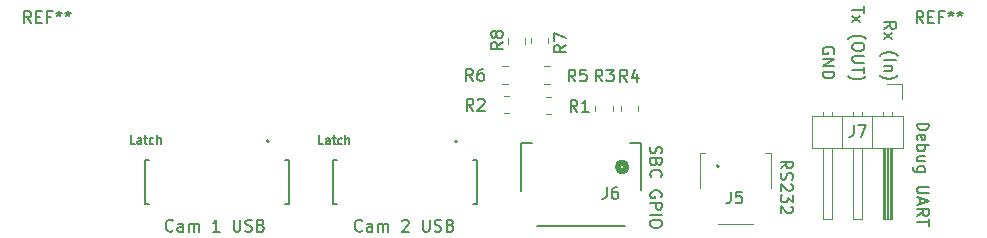
<source format=gbr>
%TF.GenerationSoftware,KiCad,Pcbnew,9.0.4*%
%TF.CreationDate,2025-11-20T16:12:11-08:00*%
%TF.ProjectId,hadron_io_breakouts,68616472-6f6e-45f6-996f-5f627265616b,rev?*%
%TF.SameCoordinates,Original*%
%TF.FileFunction,Legend,Top*%
%TF.FilePolarity,Positive*%
%FSLAX46Y46*%
G04 Gerber Fmt 4.6, Leading zero omitted, Abs format (unit mm)*
G04 Created by KiCad (PCBNEW 9.0.4) date 2025-11-20 16:12:11*
%MOMM*%
%LPD*%
G01*
G04 APERTURE LIST*
%ADD10C,0.127000*%
%ADD11C,0.150000*%
%ADD12C,0.152400*%
%ADD13C,0.508000*%
%ADD14C,0.120000*%
%ADD15C,0.200000*%
%ADD16C,0.100000*%
G04 APERTURE END LIST*
D10*
X95903984Y-22243075D02*
X96380175Y-21909742D01*
X95903984Y-21671647D02*
X96903984Y-21671647D01*
X96903984Y-21671647D02*
X96903984Y-22052599D01*
X96903984Y-22052599D02*
X96856365Y-22147837D01*
X96856365Y-22147837D02*
X96808746Y-22195456D01*
X96808746Y-22195456D02*
X96713508Y-22243075D01*
X96713508Y-22243075D02*
X96570651Y-22243075D01*
X96570651Y-22243075D02*
X96475413Y-22195456D01*
X96475413Y-22195456D02*
X96427794Y-22147837D01*
X96427794Y-22147837D02*
X96380175Y-22052599D01*
X96380175Y-22052599D02*
X96380175Y-21671647D01*
X95903984Y-22576409D02*
X96570651Y-23100218D01*
X96570651Y-22576409D02*
X95903984Y-23100218D01*
X95523032Y-24528790D02*
X95570651Y-24481171D01*
X95570651Y-24481171D02*
X95713508Y-24385933D01*
X95713508Y-24385933D02*
X95808746Y-24338314D01*
X95808746Y-24338314D02*
X95951604Y-24290695D01*
X95951604Y-24290695D02*
X96189699Y-24243076D01*
X96189699Y-24243076D02*
X96380175Y-24243076D01*
X96380175Y-24243076D02*
X96618270Y-24290695D01*
X96618270Y-24290695D02*
X96761127Y-24338314D01*
X96761127Y-24338314D02*
X96856365Y-24385933D01*
X96856365Y-24385933D02*
X96999223Y-24481171D01*
X96999223Y-24481171D02*
X97046842Y-24528790D01*
X95903984Y-24909743D02*
X96903984Y-24909743D01*
X96570651Y-25385933D02*
X95903984Y-25385933D01*
X96475413Y-25385933D02*
X96523032Y-25433552D01*
X96523032Y-25433552D02*
X96570651Y-25528790D01*
X96570651Y-25528790D02*
X96570651Y-25671647D01*
X96570651Y-25671647D02*
X96523032Y-25766885D01*
X96523032Y-25766885D02*
X96427794Y-25814504D01*
X96427794Y-25814504D02*
X95903984Y-25814504D01*
X95523032Y-26195457D02*
X95570651Y-26243076D01*
X95570651Y-26243076D02*
X95713508Y-26338314D01*
X95713508Y-26338314D02*
X95808746Y-26385933D01*
X95808746Y-26385933D02*
X95951604Y-26433552D01*
X95951604Y-26433552D02*
X96189699Y-26481171D01*
X96189699Y-26481171D02*
X96380175Y-26481171D01*
X96380175Y-26481171D02*
X96618270Y-26433552D01*
X96618270Y-26433552D02*
X96761127Y-26385933D01*
X96761127Y-26385933D02*
X96856365Y-26338314D01*
X96856365Y-26338314D02*
X96999223Y-26243076D01*
X96999223Y-26243076D02*
X97046842Y-26195457D01*
X76126604Y-32224028D02*
X76078984Y-32366885D01*
X76078984Y-32366885D02*
X76078984Y-32604980D01*
X76078984Y-32604980D02*
X76126604Y-32700218D01*
X76126604Y-32700218D02*
X76174223Y-32747837D01*
X76174223Y-32747837D02*
X76269461Y-32795456D01*
X76269461Y-32795456D02*
X76364699Y-32795456D01*
X76364699Y-32795456D02*
X76459937Y-32747837D01*
X76459937Y-32747837D02*
X76507556Y-32700218D01*
X76507556Y-32700218D02*
X76555175Y-32604980D01*
X76555175Y-32604980D02*
X76602794Y-32414504D01*
X76602794Y-32414504D02*
X76650413Y-32319266D01*
X76650413Y-32319266D02*
X76698032Y-32271647D01*
X76698032Y-32271647D02*
X76793270Y-32224028D01*
X76793270Y-32224028D02*
X76888508Y-32224028D01*
X76888508Y-32224028D02*
X76983746Y-32271647D01*
X76983746Y-32271647D02*
X77031365Y-32319266D01*
X77031365Y-32319266D02*
X77078984Y-32414504D01*
X77078984Y-32414504D02*
X77078984Y-32652599D01*
X77078984Y-32652599D02*
X77031365Y-32795456D01*
X76602794Y-33557361D02*
X76555175Y-33700218D01*
X76555175Y-33700218D02*
X76507556Y-33747837D01*
X76507556Y-33747837D02*
X76412318Y-33795456D01*
X76412318Y-33795456D02*
X76269461Y-33795456D01*
X76269461Y-33795456D02*
X76174223Y-33747837D01*
X76174223Y-33747837D02*
X76126604Y-33700218D01*
X76126604Y-33700218D02*
X76078984Y-33604980D01*
X76078984Y-33604980D02*
X76078984Y-33224028D01*
X76078984Y-33224028D02*
X77078984Y-33224028D01*
X77078984Y-33224028D02*
X77078984Y-33557361D01*
X77078984Y-33557361D02*
X77031365Y-33652599D01*
X77031365Y-33652599D02*
X76983746Y-33700218D01*
X76983746Y-33700218D02*
X76888508Y-33747837D01*
X76888508Y-33747837D02*
X76793270Y-33747837D01*
X76793270Y-33747837D02*
X76698032Y-33700218D01*
X76698032Y-33700218D02*
X76650413Y-33652599D01*
X76650413Y-33652599D02*
X76602794Y-33557361D01*
X76602794Y-33557361D02*
X76602794Y-33224028D01*
X76174223Y-34795456D02*
X76126604Y-34747837D01*
X76126604Y-34747837D02*
X76078984Y-34604980D01*
X76078984Y-34604980D02*
X76078984Y-34509742D01*
X76078984Y-34509742D02*
X76126604Y-34366885D01*
X76126604Y-34366885D02*
X76221842Y-34271647D01*
X76221842Y-34271647D02*
X76317080Y-34224028D01*
X76317080Y-34224028D02*
X76507556Y-34176409D01*
X76507556Y-34176409D02*
X76650413Y-34176409D01*
X76650413Y-34176409D02*
X76840889Y-34224028D01*
X76840889Y-34224028D02*
X76936127Y-34271647D01*
X76936127Y-34271647D02*
X77031365Y-34366885D01*
X77031365Y-34366885D02*
X77078984Y-34509742D01*
X77078984Y-34509742D02*
X77078984Y-34604980D01*
X77078984Y-34604980D02*
X77031365Y-34747837D01*
X77031365Y-34747837D02*
X76983746Y-34795456D01*
X77031365Y-36509742D02*
X77078984Y-36414504D01*
X77078984Y-36414504D02*
X77078984Y-36271647D01*
X77078984Y-36271647D02*
X77031365Y-36128790D01*
X77031365Y-36128790D02*
X76936127Y-36033552D01*
X76936127Y-36033552D02*
X76840889Y-35985933D01*
X76840889Y-35985933D02*
X76650413Y-35938314D01*
X76650413Y-35938314D02*
X76507556Y-35938314D01*
X76507556Y-35938314D02*
X76317080Y-35985933D01*
X76317080Y-35985933D02*
X76221842Y-36033552D01*
X76221842Y-36033552D02*
X76126604Y-36128790D01*
X76126604Y-36128790D02*
X76078984Y-36271647D01*
X76078984Y-36271647D02*
X76078984Y-36366885D01*
X76078984Y-36366885D02*
X76126604Y-36509742D01*
X76126604Y-36509742D02*
X76174223Y-36557361D01*
X76174223Y-36557361D02*
X76507556Y-36557361D01*
X76507556Y-36557361D02*
X76507556Y-36366885D01*
X76078984Y-36985933D02*
X77078984Y-36985933D01*
X77078984Y-36985933D02*
X77078984Y-37366885D01*
X77078984Y-37366885D02*
X77031365Y-37462123D01*
X77031365Y-37462123D02*
X76983746Y-37509742D01*
X76983746Y-37509742D02*
X76888508Y-37557361D01*
X76888508Y-37557361D02*
X76745651Y-37557361D01*
X76745651Y-37557361D02*
X76650413Y-37509742D01*
X76650413Y-37509742D02*
X76602794Y-37462123D01*
X76602794Y-37462123D02*
X76555175Y-37366885D01*
X76555175Y-37366885D02*
X76555175Y-36985933D01*
X76078984Y-37985933D02*
X77078984Y-37985933D01*
X77078984Y-38652599D02*
X77078984Y-38843075D01*
X77078984Y-38843075D02*
X77031365Y-38938313D01*
X77031365Y-38938313D02*
X76936127Y-39033551D01*
X76936127Y-39033551D02*
X76745651Y-39081170D01*
X76745651Y-39081170D02*
X76412318Y-39081170D01*
X76412318Y-39081170D02*
X76221842Y-39033551D01*
X76221842Y-39033551D02*
X76126604Y-38938313D01*
X76126604Y-38938313D02*
X76078984Y-38843075D01*
X76078984Y-38843075D02*
X76078984Y-38652599D01*
X76078984Y-38652599D02*
X76126604Y-38557361D01*
X76126604Y-38557361D02*
X76221842Y-38462123D01*
X76221842Y-38462123D02*
X76412318Y-38414504D01*
X76412318Y-38414504D02*
X76745651Y-38414504D01*
X76745651Y-38414504D02*
X76936127Y-38462123D01*
X76936127Y-38462123D02*
X77031365Y-38557361D01*
X77031365Y-38557361D02*
X77078984Y-38652599D01*
X35668075Y-39325776D02*
X35620456Y-39373396D01*
X35620456Y-39373396D02*
X35477599Y-39421015D01*
X35477599Y-39421015D02*
X35382361Y-39421015D01*
X35382361Y-39421015D02*
X35239504Y-39373396D01*
X35239504Y-39373396D02*
X35144266Y-39278157D01*
X35144266Y-39278157D02*
X35096647Y-39182919D01*
X35096647Y-39182919D02*
X35049028Y-38992443D01*
X35049028Y-38992443D02*
X35049028Y-38849586D01*
X35049028Y-38849586D02*
X35096647Y-38659110D01*
X35096647Y-38659110D02*
X35144266Y-38563872D01*
X35144266Y-38563872D02*
X35239504Y-38468634D01*
X35239504Y-38468634D02*
X35382361Y-38421015D01*
X35382361Y-38421015D02*
X35477599Y-38421015D01*
X35477599Y-38421015D02*
X35620456Y-38468634D01*
X35620456Y-38468634D02*
X35668075Y-38516253D01*
X36525218Y-39421015D02*
X36525218Y-38897205D01*
X36525218Y-38897205D02*
X36477599Y-38801967D01*
X36477599Y-38801967D02*
X36382361Y-38754348D01*
X36382361Y-38754348D02*
X36191885Y-38754348D01*
X36191885Y-38754348D02*
X36096647Y-38801967D01*
X36525218Y-39373396D02*
X36429980Y-39421015D01*
X36429980Y-39421015D02*
X36191885Y-39421015D01*
X36191885Y-39421015D02*
X36096647Y-39373396D01*
X36096647Y-39373396D02*
X36049028Y-39278157D01*
X36049028Y-39278157D02*
X36049028Y-39182919D01*
X36049028Y-39182919D02*
X36096647Y-39087681D01*
X36096647Y-39087681D02*
X36191885Y-39040062D01*
X36191885Y-39040062D02*
X36429980Y-39040062D01*
X36429980Y-39040062D02*
X36525218Y-38992443D01*
X37001409Y-39421015D02*
X37001409Y-38754348D01*
X37001409Y-38849586D02*
X37049028Y-38801967D01*
X37049028Y-38801967D02*
X37144266Y-38754348D01*
X37144266Y-38754348D02*
X37287123Y-38754348D01*
X37287123Y-38754348D02*
X37382361Y-38801967D01*
X37382361Y-38801967D02*
X37429980Y-38897205D01*
X37429980Y-38897205D02*
X37429980Y-39421015D01*
X37429980Y-38897205D02*
X37477599Y-38801967D01*
X37477599Y-38801967D02*
X37572837Y-38754348D01*
X37572837Y-38754348D02*
X37715694Y-38754348D01*
X37715694Y-38754348D02*
X37810933Y-38801967D01*
X37810933Y-38801967D02*
X37858552Y-38897205D01*
X37858552Y-38897205D02*
X37858552Y-39421015D01*
X39620456Y-39421015D02*
X39049028Y-39421015D01*
X39334742Y-39421015D02*
X39334742Y-38421015D01*
X39334742Y-38421015D02*
X39239504Y-38563872D01*
X39239504Y-38563872D02*
X39144266Y-38659110D01*
X39144266Y-38659110D02*
X39049028Y-38706729D01*
X40810933Y-38421015D02*
X40810933Y-39230538D01*
X40810933Y-39230538D02*
X40858552Y-39325776D01*
X40858552Y-39325776D02*
X40906171Y-39373396D01*
X40906171Y-39373396D02*
X41001409Y-39421015D01*
X41001409Y-39421015D02*
X41191885Y-39421015D01*
X41191885Y-39421015D02*
X41287123Y-39373396D01*
X41287123Y-39373396D02*
X41334742Y-39325776D01*
X41334742Y-39325776D02*
X41382361Y-39230538D01*
X41382361Y-39230538D02*
X41382361Y-38421015D01*
X41810933Y-39373396D02*
X41953790Y-39421015D01*
X41953790Y-39421015D02*
X42191885Y-39421015D01*
X42191885Y-39421015D02*
X42287123Y-39373396D01*
X42287123Y-39373396D02*
X42334742Y-39325776D01*
X42334742Y-39325776D02*
X42382361Y-39230538D01*
X42382361Y-39230538D02*
X42382361Y-39135300D01*
X42382361Y-39135300D02*
X42334742Y-39040062D01*
X42334742Y-39040062D02*
X42287123Y-38992443D01*
X42287123Y-38992443D02*
X42191885Y-38944824D01*
X42191885Y-38944824D02*
X42001409Y-38897205D01*
X42001409Y-38897205D02*
X41906171Y-38849586D01*
X41906171Y-38849586D02*
X41858552Y-38801967D01*
X41858552Y-38801967D02*
X41810933Y-38706729D01*
X41810933Y-38706729D02*
X41810933Y-38611491D01*
X41810933Y-38611491D02*
X41858552Y-38516253D01*
X41858552Y-38516253D02*
X41906171Y-38468634D01*
X41906171Y-38468634D02*
X42001409Y-38421015D01*
X42001409Y-38421015D02*
X42239504Y-38421015D01*
X42239504Y-38421015D02*
X42382361Y-38468634D01*
X43144266Y-38897205D02*
X43287123Y-38944824D01*
X43287123Y-38944824D02*
X43334742Y-38992443D01*
X43334742Y-38992443D02*
X43382361Y-39087681D01*
X43382361Y-39087681D02*
X43382361Y-39230538D01*
X43382361Y-39230538D02*
X43334742Y-39325776D01*
X43334742Y-39325776D02*
X43287123Y-39373396D01*
X43287123Y-39373396D02*
X43191885Y-39421015D01*
X43191885Y-39421015D02*
X42810933Y-39421015D01*
X42810933Y-39421015D02*
X42810933Y-38421015D01*
X42810933Y-38421015D02*
X43144266Y-38421015D01*
X43144266Y-38421015D02*
X43239504Y-38468634D01*
X43239504Y-38468634D02*
X43287123Y-38516253D01*
X43287123Y-38516253D02*
X43334742Y-38611491D01*
X43334742Y-38611491D02*
X43334742Y-38706729D01*
X43334742Y-38706729D02*
X43287123Y-38801967D01*
X43287123Y-38801967D02*
X43239504Y-38849586D01*
X43239504Y-38849586D02*
X43144266Y-38897205D01*
X43144266Y-38897205D02*
X42810933Y-38897205D01*
X48408552Y-32045491D02*
X48075218Y-32045491D01*
X48075218Y-32045491D02*
X48075218Y-31245491D01*
X48941885Y-32045491D02*
X48941885Y-31626443D01*
X48941885Y-31626443D02*
X48908552Y-31550253D01*
X48908552Y-31550253D02*
X48841885Y-31512157D01*
X48841885Y-31512157D02*
X48708552Y-31512157D01*
X48708552Y-31512157D02*
X48641885Y-31550253D01*
X48941885Y-32007396D02*
X48875219Y-32045491D01*
X48875219Y-32045491D02*
X48708552Y-32045491D01*
X48708552Y-32045491D02*
X48641885Y-32007396D01*
X48641885Y-32007396D02*
X48608552Y-31931205D01*
X48608552Y-31931205D02*
X48608552Y-31855015D01*
X48608552Y-31855015D02*
X48641885Y-31778824D01*
X48641885Y-31778824D02*
X48708552Y-31740729D01*
X48708552Y-31740729D02*
X48875219Y-31740729D01*
X48875219Y-31740729D02*
X48941885Y-31702634D01*
X49175218Y-31512157D02*
X49441885Y-31512157D01*
X49275218Y-31245491D02*
X49275218Y-31931205D01*
X49275218Y-31931205D02*
X49308552Y-32007396D01*
X49308552Y-32007396D02*
X49375218Y-32045491D01*
X49375218Y-32045491D02*
X49441885Y-32045491D01*
X49975218Y-32007396D02*
X49908552Y-32045491D01*
X49908552Y-32045491D02*
X49775218Y-32045491D01*
X49775218Y-32045491D02*
X49708552Y-32007396D01*
X49708552Y-32007396D02*
X49675218Y-31969300D01*
X49675218Y-31969300D02*
X49641885Y-31893110D01*
X49641885Y-31893110D02*
X49641885Y-31664538D01*
X49641885Y-31664538D02*
X49675218Y-31588348D01*
X49675218Y-31588348D02*
X49708552Y-31550253D01*
X49708552Y-31550253D02*
X49775218Y-31512157D01*
X49775218Y-31512157D02*
X49908552Y-31512157D01*
X49908552Y-31512157D02*
X49975218Y-31550253D01*
X50275218Y-32045491D02*
X50275218Y-31245491D01*
X50575218Y-32045491D02*
X50575218Y-31626443D01*
X50575218Y-31626443D02*
X50541885Y-31550253D01*
X50541885Y-31550253D02*
X50475218Y-31512157D01*
X50475218Y-31512157D02*
X50375218Y-31512157D01*
X50375218Y-31512157D02*
X50308552Y-31550253D01*
X50308552Y-31550253D02*
X50275218Y-31588348D01*
X32458552Y-32020491D02*
X32125218Y-32020491D01*
X32125218Y-32020491D02*
X32125218Y-31220491D01*
X32991885Y-32020491D02*
X32991885Y-31601443D01*
X32991885Y-31601443D02*
X32958552Y-31525253D01*
X32958552Y-31525253D02*
X32891885Y-31487157D01*
X32891885Y-31487157D02*
X32758552Y-31487157D01*
X32758552Y-31487157D02*
X32691885Y-31525253D01*
X32991885Y-31982396D02*
X32925219Y-32020491D01*
X32925219Y-32020491D02*
X32758552Y-32020491D01*
X32758552Y-32020491D02*
X32691885Y-31982396D01*
X32691885Y-31982396D02*
X32658552Y-31906205D01*
X32658552Y-31906205D02*
X32658552Y-31830015D01*
X32658552Y-31830015D02*
X32691885Y-31753824D01*
X32691885Y-31753824D02*
X32758552Y-31715729D01*
X32758552Y-31715729D02*
X32925219Y-31715729D01*
X32925219Y-31715729D02*
X32991885Y-31677634D01*
X33225218Y-31487157D02*
X33491885Y-31487157D01*
X33325218Y-31220491D02*
X33325218Y-31906205D01*
X33325218Y-31906205D02*
X33358552Y-31982396D01*
X33358552Y-31982396D02*
X33425218Y-32020491D01*
X33425218Y-32020491D02*
X33491885Y-32020491D01*
X34025218Y-31982396D02*
X33958552Y-32020491D01*
X33958552Y-32020491D02*
X33825218Y-32020491D01*
X33825218Y-32020491D02*
X33758552Y-31982396D01*
X33758552Y-31982396D02*
X33725218Y-31944300D01*
X33725218Y-31944300D02*
X33691885Y-31868110D01*
X33691885Y-31868110D02*
X33691885Y-31639538D01*
X33691885Y-31639538D02*
X33725218Y-31563348D01*
X33725218Y-31563348D02*
X33758552Y-31525253D01*
X33758552Y-31525253D02*
X33825218Y-31487157D01*
X33825218Y-31487157D02*
X33958552Y-31487157D01*
X33958552Y-31487157D02*
X34025218Y-31525253D01*
X34325218Y-32020491D02*
X34325218Y-31220491D01*
X34625218Y-32020491D02*
X34625218Y-31601443D01*
X34625218Y-31601443D02*
X34591885Y-31525253D01*
X34591885Y-31525253D02*
X34525218Y-31487157D01*
X34525218Y-31487157D02*
X34425218Y-31487157D01*
X34425218Y-31487157D02*
X34358552Y-31525253D01*
X34358552Y-31525253D02*
X34325218Y-31563348D01*
X98678984Y-30271647D02*
X99678984Y-30271647D01*
X99678984Y-30271647D02*
X99678984Y-30509742D01*
X99678984Y-30509742D02*
X99631365Y-30652599D01*
X99631365Y-30652599D02*
X99536127Y-30747837D01*
X99536127Y-30747837D02*
X99440889Y-30795456D01*
X99440889Y-30795456D02*
X99250413Y-30843075D01*
X99250413Y-30843075D02*
X99107556Y-30843075D01*
X99107556Y-30843075D02*
X98917080Y-30795456D01*
X98917080Y-30795456D02*
X98821842Y-30747837D01*
X98821842Y-30747837D02*
X98726604Y-30652599D01*
X98726604Y-30652599D02*
X98678984Y-30509742D01*
X98678984Y-30509742D02*
X98678984Y-30271647D01*
X98726604Y-31652599D02*
X98678984Y-31557361D01*
X98678984Y-31557361D02*
X98678984Y-31366885D01*
X98678984Y-31366885D02*
X98726604Y-31271647D01*
X98726604Y-31271647D02*
X98821842Y-31224028D01*
X98821842Y-31224028D02*
X99202794Y-31224028D01*
X99202794Y-31224028D02*
X99298032Y-31271647D01*
X99298032Y-31271647D02*
X99345651Y-31366885D01*
X99345651Y-31366885D02*
X99345651Y-31557361D01*
X99345651Y-31557361D02*
X99298032Y-31652599D01*
X99298032Y-31652599D02*
X99202794Y-31700218D01*
X99202794Y-31700218D02*
X99107556Y-31700218D01*
X99107556Y-31700218D02*
X99012318Y-31224028D01*
X98678984Y-32128790D02*
X99678984Y-32128790D01*
X99298032Y-32128790D02*
X99345651Y-32224028D01*
X99345651Y-32224028D02*
X99345651Y-32414504D01*
X99345651Y-32414504D02*
X99298032Y-32509742D01*
X99298032Y-32509742D02*
X99250413Y-32557361D01*
X99250413Y-32557361D02*
X99155175Y-32604980D01*
X99155175Y-32604980D02*
X98869461Y-32604980D01*
X98869461Y-32604980D02*
X98774223Y-32557361D01*
X98774223Y-32557361D02*
X98726604Y-32509742D01*
X98726604Y-32509742D02*
X98678984Y-32414504D01*
X98678984Y-32414504D02*
X98678984Y-32224028D01*
X98678984Y-32224028D02*
X98726604Y-32128790D01*
X99345651Y-33462123D02*
X98678984Y-33462123D01*
X99345651Y-33033552D02*
X98821842Y-33033552D01*
X98821842Y-33033552D02*
X98726604Y-33081171D01*
X98726604Y-33081171D02*
X98678984Y-33176409D01*
X98678984Y-33176409D02*
X98678984Y-33319266D01*
X98678984Y-33319266D02*
X98726604Y-33414504D01*
X98726604Y-33414504D02*
X98774223Y-33462123D01*
X99345651Y-34366885D02*
X98536127Y-34366885D01*
X98536127Y-34366885D02*
X98440889Y-34319266D01*
X98440889Y-34319266D02*
X98393270Y-34271647D01*
X98393270Y-34271647D02*
X98345651Y-34176409D01*
X98345651Y-34176409D02*
X98345651Y-34033552D01*
X98345651Y-34033552D02*
X98393270Y-33938314D01*
X98726604Y-34366885D02*
X98678984Y-34271647D01*
X98678984Y-34271647D02*
X98678984Y-34081171D01*
X98678984Y-34081171D02*
X98726604Y-33985933D01*
X98726604Y-33985933D02*
X98774223Y-33938314D01*
X98774223Y-33938314D02*
X98869461Y-33890695D01*
X98869461Y-33890695D02*
X99155175Y-33890695D01*
X99155175Y-33890695D02*
X99250413Y-33938314D01*
X99250413Y-33938314D02*
X99298032Y-33985933D01*
X99298032Y-33985933D02*
X99345651Y-34081171D01*
X99345651Y-34081171D02*
X99345651Y-34271647D01*
X99345651Y-34271647D02*
X99298032Y-34366885D01*
X99678984Y-35604981D02*
X98869461Y-35604981D01*
X98869461Y-35604981D02*
X98774223Y-35652600D01*
X98774223Y-35652600D02*
X98726604Y-35700219D01*
X98726604Y-35700219D02*
X98678984Y-35795457D01*
X98678984Y-35795457D02*
X98678984Y-35985933D01*
X98678984Y-35985933D02*
X98726604Y-36081171D01*
X98726604Y-36081171D02*
X98774223Y-36128790D01*
X98774223Y-36128790D02*
X98869461Y-36176409D01*
X98869461Y-36176409D02*
X99678984Y-36176409D01*
X98964699Y-36604981D02*
X98964699Y-37081171D01*
X98678984Y-36509743D02*
X99678984Y-36843076D01*
X99678984Y-36843076D02*
X98678984Y-37176409D01*
X98678984Y-38081171D02*
X99155175Y-37747838D01*
X98678984Y-37509743D02*
X99678984Y-37509743D01*
X99678984Y-37509743D02*
X99678984Y-37890695D01*
X99678984Y-37890695D02*
X99631365Y-37985933D01*
X99631365Y-37985933D02*
X99583746Y-38033552D01*
X99583746Y-38033552D02*
X99488508Y-38081171D01*
X99488508Y-38081171D02*
X99345651Y-38081171D01*
X99345651Y-38081171D02*
X99250413Y-38033552D01*
X99250413Y-38033552D02*
X99202794Y-37985933D01*
X99202794Y-37985933D02*
X99155175Y-37890695D01*
X99155175Y-37890695D02*
X99155175Y-37509743D01*
X99678984Y-38366886D02*
X99678984Y-38938314D01*
X98678984Y-38652600D02*
X99678984Y-38652600D01*
X51693075Y-39325776D02*
X51645456Y-39373396D01*
X51645456Y-39373396D02*
X51502599Y-39421015D01*
X51502599Y-39421015D02*
X51407361Y-39421015D01*
X51407361Y-39421015D02*
X51264504Y-39373396D01*
X51264504Y-39373396D02*
X51169266Y-39278157D01*
X51169266Y-39278157D02*
X51121647Y-39182919D01*
X51121647Y-39182919D02*
X51074028Y-38992443D01*
X51074028Y-38992443D02*
X51074028Y-38849586D01*
X51074028Y-38849586D02*
X51121647Y-38659110D01*
X51121647Y-38659110D02*
X51169266Y-38563872D01*
X51169266Y-38563872D02*
X51264504Y-38468634D01*
X51264504Y-38468634D02*
X51407361Y-38421015D01*
X51407361Y-38421015D02*
X51502599Y-38421015D01*
X51502599Y-38421015D02*
X51645456Y-38468634D01*
X51645456Y-38468634D02*
X51693075Y-38516253D01*
X52550218Y-39421015D02*
X52550218Y-38897205D01*
X52550218Y-38897205D02*
X52502599Y-38801967D01*
X52502599Y-38801967D02*
X52407361Y-38754348D01*
X52407361Y-38754348D02*
X52216885Y-38754348D01*
X52216885Y-38754348D02*
X52121647Y-38801967D01*
X52550218Y-39373396D02*
X52454980Y-39421015D01*
X52454980Y-39421015D02*
X52216885Y-39421015D01*
X52216885Y-39421015D02*
X52121647Y-39373396D01*
X52121647Y-39373396D02*
X52074028Y-39278157D01*
X52074028Y-39278157D02*
X52074028Y-39182919D01*
X52074028Y-39182919D02*
X52121647Y-39087681D01*
X52121647Y-39087681D02*
X52216885Y-39040062D01*
X52216885Y-39040062D02*
X52454980Y-39040062D01*
X52454980Y-39040062D02*
X52550218Y-38992443D01*
X53026409Y-39421015D02*
X53026409Y-38754348D01*
X53026409Y-38849586D02*
X53074028Y-38801967D01*
X53074028Y-38801967D02*
X53169266Y-38754348D01*
X53169266Y-38754348D02*
X53312123Y-38754348D01*
X53312123Y-38754348D02*
X53407361Y-38801967D01*
X53407361Y-38801967D02*
X53454980Y-38897205D01*
X53454980Y-38897205D02*
X53454980Y-39421015D01*
X53454980Y-38897205D02*
X53502599Y-38801967D01*
X53502599Y-38801967D02*
X53597837Y-38754348D01*
X53597837Y-38754348D02*
X53740694Y-38754348D01*
X53740694Y-38754348D02*
X53835933Y-38801967D01*
X53835933Y-38801967D02*
X53883552Y-38897205D01*
X53883552Y-38897205D02*
X53883552Y-39421015D01*
X55074028Y-38516253D02*
X55121647Y-38468634D01*
X55121647Y-38468634D02*
X55216885Y-38421015D01*
X55216885Y-38421015D02*
X55454980Y-38421015D01*
X55454980Y-38421015D02*
X55550218Y-38468634D01*
X55550218Y-38468634D02*
X55597837Y-38516253D01*
X55597837Y-38516253D02*
X55645456Y-38611491D01*
X55645456Y-38611491D02*
X55645456Y-38706729D01*
X55645456Y-38706729D02*
X55597837Y-38849586D01*
X55597837Y-38849586D02*
X55026409Y-39421015D01*
X55026409Y-39421015D02*
X55645456Y-39421015D01*
X56835933Y-38421015D02*
X56835933Y-39230538D01*
X56835933Y-39230538D02*
X56883552Y-39325776D01*
X56883552Y-39325776D02*
X56931171Y-39373396D01*
X56931171Y-39373396D02*
X57026409Y-39421015D01*
X57026409Y-39421015D02*
X57216885Y-39421015D01*
X57216885Y-39421015D02*
X57312123Y-39373396D01*
X57312123Y-39373396D02*
X57359742Y-39325776D01*
X57359742Y-39325776D02*
X57407361Y-39230538D01*
X57407361Y-39230538D02*
X57407361Y-38421015D01*
X57835933Y-39373396D02*
X57978790Y-39421015D01*
X57978790Y-39421015D02*
X58216885Y-39421015D01*
X58216885Y-39421015D02*
X58312123Y-39373396D01*
X58312123Y-39373396D02*
X58359742Y-39325776D01*
X58359742Y-39325776D02*
X58407361Y-39230538D01*
X58407361Y-39230538D02*
X58407361Y-39135300D01*
X58407361Y-39135300D02*
X58359742Y-39040062D01*
X58359742Y-39040062D02*
X58312123Y-38992443D01*
X58312123Y-38992443D02*
X58216885Y-38944824D01*
X58216885Y-38944824D02*
X58026409Y-38897205D01*
X58026409Y-38897205D02*
X57931171Y-38849586D01*
X57931171Y-38849586D02*
X57883552Y-38801967D01*
X57883552Y-38801967D02*
X57835933Y-38706729D01*
X57835933Y-38706729D02*
X57835933Y-38611491D01*
X57835933Y-38611491D02*
X57883552Y-38516253D01*
X57883552Y-38516253D02*
X57931171Y-38468634D01*
X57931171Y-38468634D02*
X58026409Y-38421015D01*
X58026409Y-38421015D02*
X58264504Y-38421015D01*
X58264504Y-38421015D02*
X58407361Y-38468634D01*
X59169266Y-38897205D02*
X59312123Y-38944824D01*
X59312123Y-38944824D02*
X59359742Y-38992443D01*
X59359742Y-38992443D02*
X59407361Y-39087681D01*
X59407361Y-39087681D02*
X59407361Y-39230538D01*
X59407361Y-39230538D02*
X59359742Y-39325776D01*
X59359742Y-39325776D02*
X59312123Y-39373396D01*
X59312123Y-39373396D02*
X59216885Y-39421015D01*
X59216885Y-39421015D02*
X58835933Y-39421015D01*
X58835933Y-39421015D02*
X58835933Y-38421015D01*
X58835933Y-38421015D02*
X59169266Y-38421015D01*
X59169266Y-38421015D02*
X59264504Y-38468634D01*
X59264504Y-38468634D02*
X59312123Y-38516253D01*
X59312123Y-38516253D02*
X59359742Y-38611491D01*
X59359742Y-38611491D02*
X59359742Y-38706729D01*
X59359742Y-38706729D02*
X59312123Y-38801967D01*
X59312123Y-38801967D02*
X59264504Y-38849586D01*
X59264504Y-38849586D02*
X59169266Y-38897205D01*
X59169266Y-38897205D02*
X58835933Y-38897205D01*
X87128984Y-34068075D02*
X87605175Y-33734742D01*
X87128984Y-33496647D02*
X88128984Y-33496647D01*
X88128984Y-33496647D02*
X88128984Y-33877599D01*
X88128984Y-33877599D02*
X88081365Y-33972837D01*
X88081365Y-33972837D02*
X88033746Y-34020456D01*
X88033746Y-34020456D02*
X87938508Y-34068075D01*
X87938508Y-34068075D02*
X87795651Y-34068075D01*
X87795651Y-34068075D02*
X87700413Y-34020456D01*
X87700413Y-34020456D02*
X87652794Y-33972837D01*
X87652794Y-33972837D02*
X87605175Y-33877599D01*
X87605175Y-33877599D02*
X87605175Y-33496647D01*
X87176604Y-34449028D02*
X87128984Y-34591885D01*
X87128984Y-34591885D02*
X87128984Y-34829980D01*
X87128984Y-34829980D02*
X87176604Y-34925218D01*
X87176604Y-34925218D02*
X87224223Y-34972837D01*
X87224223Y-34972837D02*
X87319461Y-35020456D01*
X87319461Y-35020456D02*
X87414699Y-35020456D01*
X87414699Y-35020456D02*
X87509937Y-34972837D01*
X87509937Y-34972837D02*
X87557556Y-34925218D01*
X87557556Y-34925218D02*
X87605175Y-34829980D01*
X87605175Y-34829980D02*
X87652794Y-34639504D01*
X87652794Y-34639504D02*
X87700413Y-34544266D01*
X87700413Y-34544266D02*
X87748032Y-34496647D01*
X87748032Y-34496647D02*
X87843270Y-34449028D01*
X87843270Y-34449028D02*
X87938508Y-34449028D01*
X87938508Y-34449028D02*
X88033746Y-34496647D01*
X88033746Y-34496647D02*
X88081365Y-34544266D01*
X88081365Y-34544266D02*
X88128984Y-34639504D01*
X88128984Y-34639504D02*
X88128984Y-34877599D01*
X88128984Y-34877599D02*
X88081365Y-35020456D01*
X88033746Y-35401409D02*
X88081365Y-35449028D01*
X88081365Y-35449028D02*
X88128984Y-35544266D01*
X88128984Y-35544266D02*
X88128984Y-35782361D01*
X88128984Y-35782361D02*
X88081365Y-35877599D01*
X88081365Y-35877599D02*
X88033746Y-35925218D01*
X88033746Y-35925218D02*
X87938508Y-35972837D01*
X87938508Y-35972837D02*
X87843270Y-35972837D01*
X87843270Y-35972837D02*
X87700413Y-35925218D01*
X87700413Y-35925218D02*
X87128984Y-35353790D01*
X87128984Y-35353790D02*
X87128984Y-35972837D01*
X88128984Y-36306171D02*
X88128984Y-36925218D01*
X88128984Y-36925218D02*
X87748032Y-36591885D01*
X87748032Y-36591885D02*
X87748032Y-36734742D01*
X87748032Y-36734742D02*
X87700413Y-36829980D01*
X87700413Y-36829980D02*
X87652794Y-36877599D01*
X87652794Y-36877599D02*
X87557556Y-36925218D01*
X87557556Y-36925218D02*
X87319461Y-36925218D01*
X87319461Y-36925218D02*
X87224223Y-36877599D01*
X87224223Y-36877599D02*
X87176604Y-36829980D01*
X87176604Y-36829980D02*
X87128984Y-36734742D01*
X87128984Y-36734742D02*
X87128984Y-36449028D01*
X87128984Y-36449028D02*
X87176604Y-36353790D01*
X87176604Y-36353790D02*
X87224223Y-36306171D01*
X88033746Y-37306171D02*
X88081365Y-37353790D01*
X88081365Y-37353790D02*
X88128984Y-37449028D01*
X88128984Y-37449028D02*
X88128984Y-37687123D01*
X88128984Y-37687123D02*
X88081365Y-37782361D01*
X88081365Y-37782361D02*
X88033746Y-37829980D01*
X88033746Y-37829980D02*
X87938508Y-37877599D01*
X87938508Y-37877599D02*
X87843270Y-37877599D01*
X87843270Y-37877599D02*
X87700413Y-37829980D01*
X87700413Y-37829980D02*
X87128984Y-37258552D01*
X87128984Y-37258552D02*
X87128984Y-37877599D01*
X94203984Y-20353790D02*
X94203984Y-20925218D01*
X93203984Y-20639504D02*
X94203984Y-20639504D01*
X93203984Y-21163314D02*
X93870651Y-21687123D01*
X93870651Y-21163314D02*
X93203984Y-21687123D01*
X92823032Y-23115695D02*
X92870651Y-23068076D01*
X92870651Y-23068076D02*
X93013508Y-22972838D01*
X93013508Y-22972838D02*
X93108746Y-22925219D01*
X93108746Y-22925219D02*
X93251604Y-22877600D01*
X93251604Y-22877600D02*
X93489699Y-22829981D01*
X93489699Y-22829981D02*
X93680175Y-22829981D01*
X93680175Y-22829981D02*
X93918270Y-22877600D01*
X93918270Y-22877600D02*
X94061127Y-22925219D01*
X94061127Y-22925219D02*
X94156365Y-22972838D01*
X94156365Y-22972838D02*
X94299223Y-23068076D01*
X94299223Y-23068076D02*
X94346842Y-23115695D01*
X94203984Y-23687124D02*
X94203984Y-23877600D01*
X94203984Y-23877600D02*
X94156365Y-23972838D01*
X94156365Y-23972838D02*
X94061127Y-24068076D01*
X94061127Y-24068076D02*
X93870651Y-24115695D01*
X93870651Y-24115695D02*
X93537318Y-24115695D01*
X93537318Y-24115695D02*
X93346842Y-24068076D01*
X93346842Y-24068076D02*
X93251604Y-23972838D01*
X93251604Y-23972838D02*
X93203984Y-23877600D01*
X93203984Y-23877600D02*
X93203984Y-23687124D01*
X93203984Y-23687124D02*
X93251604Y-23591886D01*
X93251604Y-23591886D02*
X93346842Y-23496648D01*
X93346842Y-23496648D02*
X93537318Y-23449029D01*
X93537318Y-23449029D02*
X93870651Y-23449029D01*
X93870651Y-23449029D02*
X94061127Y-23496648D01*
X94061127Y-23496648D02*
X94156365Y-23591886D01*
X94156365Y-23591886D02*
X94203984Y-23687124D01*
X94203984Y-24544267D02*
X93394461Y-24544267D01*
X93394461Y-24544267D02*
X93299223Y-24591886D01*
X93299223Y-24591886D02*
X93251604Y-24639505D01*
X93251604Y-24639505D02*
X93203984Y-24734743D01*
X93203984Y-24734743D02*
X93203984Y-24925219D01*
X93203984Y-24925219D02*
X93251604Y-25020457D01*
X93251604Y-25020457D02*
X93299223Y-25068076D01*
X93299223Y-25068076D02*
X93394461Y-25115695D01*
X93394461Y-25115695D02*
X94203984Y-25115695D01*
X94203984Y-25449029D02*
X94203984Y-26020457D01*
X93203984Y-25734743D02*
X94203984Y-25734743D01*
X92823032Y-26258553D02*
X92870651Y-26306172D01*
X92870651Y-26306172D02*
X93013508Y-26401410D01*
X93013508Y-26401410D02*
X93108746Y-26449029D01*
X93108746Y-26449029D02*
X93251604Y-26496648D01*
X93251604Y-26496648D02*
X93489699Y-26544267D01*
X93489699Y-26544267D02*
X93680175Y-26544267D01*
X93680175Y-26544267D02*
X93918270Y-26496648D01*
X93918270Y-26496648D02*
X94061127Y-26449029D01*
X94061127Y-26449029D02*
X94156365Y-26401410D01*
X94156365Y-26401410D02*
X94299223Y-26306172D01*
X94299223Y-26306172D02*
X94346842Y-26258553D01*
X91631365Y-24345456D02*
X91678984Y-24250218D01*
X91678984Y-24250218D02*
X91678984Y-24107361D01*
X91678984Y-24107361D02*
X91631365Y-23964504D01*
X91631365Y-23964504D02*
X91536127Y-23869266D01*
X91536127Y-23869266D02*
X91440889Y-23821647D01*
X91440889Y-23821647D02*
X91250413Y-23774028D01*
X91250413Y-23774028D02*
X91107556Y-23774028D01*
X91107556Y-23774028D02*
X90917080Y-23821647D01*
X90917080Y-23821647D02*
X90821842Y-23869266D01*
X90821842Y-23869266D02*
X90726604Y-23964504D01*
X90726604Y-23964504D02*
X90678984Y-24107361D01*
X90678984Y-24107361D02*
X90678984Y-24202599D01*
X90678984Y-24202599D02*
X90726604Y-24345456D01*
X90726604Y-24345456D02*
X90774223Y-24393075D01*
X90774223Y-24393075D02*
X91107556Y-24393075D01*
X91107556Y-24393075D02*
X91107556Y-24202599D01*
X90678984Y-24821647D02*
X91678984Y-24821647D01*
X91678984Y-24821647D02*
X90678984Y-25393075D01*
X90678984Y-25393075D02*
X91678984Y-25393075D01*
X90678984Y-25869266D02*
X91678984Y-25869266D01*
X91678984Y-25869266D02*
X91678984Y-26107361D01*
X91678984Y-26107361D02*
X91631365Y-26250218D01*
X91631365Y-26250218D02*
X91536127Y-26345456D01*
X91536127Y-26345456D02*
X91440889Y-26393075D01*
X91440889Y-26393075D02*
X91250413Y-26440694D01*
X91250413Y-26440694D02*
X91107556Y-26440694D01*
X91107556Y-26440694D02*
X90917080Y-26393075D01*
X90917080Y-26393075D02*
X90821842Y-26345456D01*
X90821842Y-26345456D02*
X90726604Y-26250218D01*
X90726604Y-26250218D02*
X90678984Y-26107361D01*
X90678984Y-26107361D02*
X90678984Y-25869266D01*
D11*
X72391666Y-35654819D02*
X72391666Y-36369104D01*
X72391666Y-36369104D02*
X72344047Y-36511961D01*
X72344047Y-36511961D02*
X72248809Y-36607200D01*
X72248809Y-36607200D02*
X72105952Y-36654819D01*
X72105952Y-36654819D02*
X72010714Y-36654819D01*
X73296428Y-35654819D02*
X73105952Y-35654819D01*
X73105952Y-35654819D02*
X73010714Y-35702438D01*
X73010714Y-35702438D02*
X72963095Y-35750057D01*
X72963095Y-35750057D02*
X72867857Y-35892914D01*
X72867857Y-35892914D02*
X72820238Y-36083390D01*
X72820238Y-36083390D02*
X72820238Y-36464342D01*
X72820238Y-36464342D02*
X72867857Y-36559580D01*
X72867857Y-36559580D02*
X72915476Y-36607200D01*
X72915476Y-36607200D02*
X73010714Y-36654819D01*
X73010714Y-36654819D02*
X73201190Y-36654819D01*
X73201190Y-36654819D02*
X73296428Y-36607200D01*
X73296428Y-36607200D02*
X73344047Y-36559580D01*
X73344047Y-36559580D02*
X73391666Y-36464342D01*
X73391666Y-36464342D02*
X73391666Y-36226247D01*
X73391666Y-36226247D02*
X73344047Y-36131009D01*
X73344047Y-36131009D02*
X73296428Y-36083390D01*
X73296428Y-36083390D02*
X73201190Y-36035771D01*
X73201190Y-36035771D02*
X73010714Y-36035771D01*
X73010714Y-36035771D02*
X72915476Y-36083390D01*
X72915476Y-36083390D02*
X72867857Y-36131009D01*
X72867857Y-36131009D02*
X72820238Y-36226247D01*
X74133333Y-26729819D02*
X73800000Y-26253628D01*
X73561905Y-26729819D02*
X73561905Y-25729819D01*
X73561905Y-25729819D02*
X73942857Y-25729819D01*
X73942857Y-25729819D02*
X74038095Y-25777438D01*
X74038095Y-25777438D02*
X74085714Y-25825057D01*
X74085714Y-25825057D02*
X74133333Y-25920295D01*
X74133333Y-25920295D02*
X74133333Y-26063152D01*
X74133333Y-26063152D02*
X74085714Y-26158390D01*
X74085714Y-26158390D02*
X74038095Y-26206009D01*
X74038095Y-26206009D02*
X73942857Y-26253628D01*
X73942857Y-26253628D02*
X73561905Y-26253628D01*
X74990476Y-26063152D02*
X74990476Y-26729819D01*
X74752381Y-25682200D02*
X74514286Y-26396485D01*
X74514286Y-26396485D02*
X75133333Y-26396485D01*
X72033333Y-26704819D02*
X71700000Y-26228628D01*
X71461905Y-26704819D02*
X71461905Y-25704819D01*
X71461905Y-25704819D02*
X71842857Y-25704819D01*
X71842857Y-25704819D02*
X71938095Y-25752438D01*
X71938095Y-25752438D02*
X71985714Y-25800057D01*
X71985714Y-25800057D02*
X72033333Y-25895295D01*
X72033333Y-25895295D02*
X72033333Y-26038152D01*
X72033333Y-26038152D02*
X71985714Y-26133390D01*
X71985714Y-26133390D02*
X71938095Y-26181009D01*
X71938095Y-26181009D02*
X71842857Y-26228628D01*
X71842857Y-26228628D02*
X71461905Y-26228628D01*
X72366667Y-25704819D02*
X72985714Y-25704819D01*
X72985714Y-25704819D02*
X72652381Y-26085771D01*
X72652381Y-26085771D02*
X72795238Y-26085771D01*
X72795238Y-26085771D02*
X72890476Y-26133390D01*
X72890476Y-26133390D02*
X72938095Y-26181009D01*
X72938095Y-26181009D02*
X72985714Y-26276247D01*
X72985714Y-26276247D02*
X72985714Y-26514342D01*
X72985714Y-26514342D02*
X72938095Y-26609580D01*
X72938095Y-26609580D02*
X72890476Y-26657200D01*
X72890476Y-26657200D02*
X72795238Y-26704819D01*
X72795238Y-26704819D02*
X72509524Y-26704819D01*
X72509524Y-26704819D02*
X72414286Y-26657200D01*
X72414286Y-26657200D02*
X72366667Y-26609580D01*
X69908333Y-29279819D02*
X69575000Y-28803628D01*
X69336905Y-29279819D02*
X69336905Y-28279819D01*
X69336905Y-28279819D02*
X69717857Y-28279819D01*
X69717857Y-28279819D02*
X69813095Y-28327438D01*
X69813095Y-28327438D02*
X69860714Y-28375057D01*
X69860714Y-28375057D02*
X69908333Y-28470295D01*
X69908333Y-28470295D02*
X69908333Y-28613152D01*
X69908333Y-28613152D02*
X69860714Y-28708390D01*
X69860714Y-28708390D02*
X69813095Y-28756009D01*
X69813095Y-28756009D02*
X69717857Y-28803628D01*
X69717857Y-28803628D02*
X69336905Y-28803628D01*
X70860714Y-29279819D02*
X70289286Y-29279819D01*
X70575000Y-29279819D02*
X70575000Y-28279819D01*
X70575000Y-28279819D02*
X70479762Y-28422676D01*
X70479762Y-28422676D02*
X70384524Y-28517914D01*
X70384524Y-28517914D02*
X70289286Y-28565533D01*
X68929819Y-23641666D02*
X68453628Y-23974999D01*
X68929819Y-24213094D02*
X67929819Y-24213094D01*
X67929819Y-24213094D02*
X67929819Y-23832142D01*
X67929819Y-23832142D02*
X67977438Y-23736904D01*
X67977438Y-23736904D02*
X68025057Y-23689285D01*
X68025057Y-23689285D02*
X68120295Y-23641666D01*
X68120295Y-23641666D02*
X68263152Y-23641666D01*
X68263152Y-23641666D02*
X68358390Y-23689285D01*
X68358390Y-23689285D02*
X68406009Y-23736904D01*
X68406009Y-23736904D02*
X68453628Y-23832142D01*
X68453628Y-23832142D02*
X68453628Y-24213094D01*
X67929819Y-23308332D02*
X67929819Y-22641666D01*
X67929819Y-22641666D02*
X68929819Y-23070237D01*
X63604819Y-23379166D02*
X63128628Y-23712499D01*
X63604819Y-23950594D02*
X62604819Y-23950594D01*
X62604819Y-23950594D02*
X62604819Y-23569642D01*
X62604819Y-23569642D02*
X62652438Y-23474404D01*
X62652438Y-23474404D02*
X62700057Y-23426785D01*
X62700057Y-23426785D02*
X62795295Y-23379166D01*
X62795295Y-23379166D02*
X62938152Y-23379166D01*
X62938152Y-23379166D02*
X63033390Y-23426785D01*
X63033390Y-23426785D02*
X63081009Y-23474404D01*
X63081009Y-23474404D02*
X63128628Y-23569642D01*
X63128628Y-23569642D02*
X63128628Y-23950594D01*
X63033390Y-22807737D02*
X62985771Y-22902975D01*
X62985771Y-22902975D02*
X62938152Y-22950594D01*
X62938152Y-22950594D02*
X62842914Y-22998213D01*
X62842914Y-22998213D02*
X62795295Y-22998213D01*
X62795295Y-22998213D02*
X62700057Y-22950594D01*
X62700057Y-22950594D02*
X62652438Y-22902975D01*
X62652438Y-22902975D02*
X62604819Y-22807737D01*
X62604819Y-22807737D02*
X62604819Y-22617261D01*
X62604819Y-22617261D02*
X62652438Y-22522023D01*
X62652438Y-22522023D02*
X62700057Y-22474404D01*
X62700057Y-22474404D02*
X62795295Y-22426785D01*
X62795295Y-22426785D02*
X62842914Y-22426785D01*
X62842914Y-22426785D02*
X62938152Y-22474404D01*
X62938152Y-22474404D02*
X62985771Y-22522023D01*
X62985771Y-22522023D02*
X63033390Y-22617261D01*
X63033390Y-22617261D02*
X63033390Y-22807737D01*
X63033390Y-22807737D02*
X63081009Y-22902975D01*
X63081009Y-22902975D02*
X63128628Y-22950594D01*
X63128628Y-22950594D02*
X63223866Y-22998213D01*
X63223866Y-22998213D02*
X63414342Y-22998213D01*
X63414342Y-22998213D02*
X63509580Y-22950594D01*
X63509580Y-22950594D02*
X63557200Y-22902975D01*
X63557200Y-22902975D02*
X63604819Y-22807737D01*
X63604819Y-22807737D02*
X63604819Y-22617261D01*
X63604819Y-22617261D02*
X63557200Y-22522023D01*
X63557200Y-22522023D02*
X63509580Y-22474404D01*
X63509580Y-22474404D02*
X63414342Y-22426785D01*
X63414342Y-22426785D02*
X63223866Y-22426785D01*
X63223866Y-22426785D02*
X63128628Y-22474404D01*
X63128628Y-22474404D02*
X63081009Y-22522023D01*
X63081009Y-22522023D02*
X63033390Y-22617261D01*
X99206666Y-21754819D02*
X98873333Y-21278628D01*
X98635238Y-21754819D02*
X98635238Y-20754819D01*
X98635238Y-20754819D02*
X99016190Y-20754819D01*
X99016190Y-20754819D02*
X99111428Y-20802438D01*
X99111428Y-20802438D02*
X99159047Y-20850057D01*
X99159047Y-20850057D02*
X99206666Y-20945295D01*
X99206666Y-20945295D02*
X99206666Y-21088152D01*
X99206666Y-21088152D02*
X99159047Y-21183390D01*
X99159047Y-21183390D02*
X99111428Y-21231009D01*
X99111428Y-21231009D02*
X99016190Y-21278628D01*
X99016190Y-21278628D02*
X98635238Y-21278628D01*
X99635238Y-21231009D02*
X99968571Y-21231009D01*
X100111428Y-21754819D02*
X99635238Y-21754819D01*
X99635238Y-21754819D02*
X99635238Y-20754819D01*
X99635238Y-20754819D02*
X100111428Y-20754819D01*
X100873333Y-21231009D02*
X100540000Y-21231009D01*
X100540000Y-21754819D02*
X100540000Y-20754819D01*
X100540000Y-20754819D02*
X101016190Y-20754819D01*
X101540000Y-20754819D02*
X101540000Y-20992914D01*
X101301905Y-20897676D02*
X101540000Y-20992914D01*
X101540000Y-20992914D02*
X101778095Y-20897676D01*
X101397143Y-21183390D02*
X101540000Y-20992914D01*
X101540000Y-20992914D02*
X101682857Y-21183390D01*
X102301905Y-20754819D02*
X102301905Y-20992914D01*
X102063810Y-20897676D02*
X102301905Y-20992914D01*
X102301905Y-20992914D02*
X102540000Y-20897676D01*
X102159048Y-21183390D02*
X102301905Y-20992914D01*
X102301905Y-20992914D02*
X102444762Y-21183390D01*
X69745833Y-26704819D02*
X69412500Y-26228628D01*
X69174405Y-26704819D02*
X69174405Y-25704819D01*
X69174405Y-25704819D02*
X69555357Y-25704819D01*
X69555357Y-25704819D02*
X69650595Y-25752438D01*
X69650595Y-25752438D02*
X69698214Y-25800057D01*
X69698214Y-25800057D02*
X69745833Y-25895295D01*
X69745833Y-25895295D02*
X69745833Y-26038152D01*
X69745833Y-26038152D02*
X69698214Y-26133390D01*
X69698214Y-26133390D02*
X69650595Y-26181009D01*
X69650595Y-26181009D02*
X69555357Y-26228628D01*
X69555357Y-26228628D02*
X69174405Y-26228628D01*
X70650595Y-25704819D02*
X70174405Y-25704819D01*
X70174405Y-25704819D02*
X70126786Y-26181009D01*
X70126786Y-26181009D02*
X70174405Y-26133390D01*
X70174405Y-26133390D02*
X70269643Y-26085771D01*
X70269643Y-26085771D02*
X70507738Y-26085771D01*
X70507738Y-26085771D02*
X70602976Y-26133390D01*
X70602976Y-26133390D02*
X70650595Y-26181009D01*
X70650595Y-26181009D02*
X70698214Y-26276247D01*
X70698214Y-26276247D02*
X70698214Y-26514342D01*
X70698214Y-26514342D02*
X70650595Y-26609580D01*
X70650595Y-26609580D02*
X70602976Y-26657200D01*
X70602976Y-26657200D02*
X70507738Y-26704819D01*
X70507738Y-26704819D02*
X70269643Y-26704819D01*
X70269643Y-26704819D02*
X70174405Y-26657200D01*
X70174405Y-26657200D02*
X70126786Y-26609580D01*
D10*
X82891666Y-36031015D02*
X82891666Y-36745300D01*
X82891666Y-36745300D02*
X82844047Y-36888157D01*
X82844047Y-36888157D02*
X82748809Y-36983396D01*
X82748809Y-36983396D02*
X82605952Y-37031015D01*
X82605952Y-37031015D02*
X82510714Y-37031015D01*
X83844047Y-36031015D02*
X83367857Y-36031015D01*
X83367857Y-36031015D02*
X83320238Y-36507205D01*
X83320238Y-36507205D02*
X83367857Y-36459586D01*
X83367857Y-36459586D02*
X83463095Y-36411967D01*
X83463095Y-36411967D02*
X83701190Y-36411967D01*
X83701190Y-36411967D02*
X83796428Y-36459586D01*
X83796428Y-36459586D02*
X83844047Y-36507205D01*
X83844047Y-36507205D02*
X83891666Y-36602443D01*
X83891666Y-36602443D02*
X83891666Y-36840538D01*
X83891666Y-36840538D02*
X83844047Y-36935776D01*
X83844047Y-36935776D02*
X83796428Y-36983396D01*
X83796428Y-36983396D02*
X83701190Y-37031015D01*
X83701190Y-37031015D02*
X83463095Y-37031015D01*
X83463095Y-37031015D02*
X83367857Y-36983396D01*
X83367857Y-36983396D02*
X83320238Y-36935776D01*
D11*
X23666666Y-21754819D02*
X23333333Y-21278628D01*
X23095238Y-21754819D02*
X23095238Y-20754819D01*
X23095238Y-20754819D02*
X23476190Y-20754819D01*
X23476190Y-20754819D02*
X23571428Y-20802438D01*
X23571428Y-20802438D02*
X23619047Y-20850057D01*
X23619047Y-20850057D02*
X23666666Y-20945295D01*
X23666666Y-20945295D02*
X23666666Y-21088152D01*
X23666666Y-21088152D02*
X23619047Y-21183390D01*
X23619047Y-21183390D02*
X23571428Y-21231009D01*
X23571428Y-21231009D02*
X23476190Y-21278628D01*
X23476190Y-21278628D02*
X23095238Y-21278628D01*
X24095238Y-21231009D02*
X24428571Y-21231009D01*
X24571428Y-21754819D02*
X24095238Y-21754819D01*
X24095238Y-21754819D02*
X24095238Y-20754819D01*
X24095238Y-20754819D02*
X24571428Y-20754819D01*
X25333333Y-21231009D02*
X25000000Y-21231009D01*
X25000000Y-21754819D02*
X25000000Y-20754819D01*
X25000000Y-20754819D02*
X25476190Y-20754819D01*
X26000000Y-20754819D02*
X26000000Y-20992914D01*
X25761905Y-20897676D02*
X26000000Y-20992914D01*
X26000000Y-20992914D02*
X26238095Y-20897676D01*
X25857143Y-21183390D02*
X26000000Y-20992914D01*
X26000000Y-20992914D02*
X26142857Y-21183390D01*
X26761905Y-20754819D02*
X26761905Y-20992914D01*
X26523810Y-20897676D02*
X26761905Y-20992914D01*
X26761905Y-20992914D02*
X27000000Y-20897676D01*
X26619048Y-21183390D02*
X26761905Y-20992914D01*
X26761905Y-20992914D02*
X26904762Y-21183390D01*
X61070833Y-26654819D02*
X60737500Y-26178628D01*
X60499405Y-26654819D02*
X60499405Y-25654819D01*
X60499405Y-25654819D02*
X60880357Y-25654819D01*
X60880357Y-25654819D02*
X60975595Y-25702438D01*
X60975595Y-25702438D02*
X61023214Y-25750057D01*
X61023214Y-25750057D02*
X61070833Y-25845295D01*
X61070833Y-25845295D02*
X61070833Y-25988152D01*
X61070833Y-25988152D02*
X61023214Y-26083390D01*
X61023214Y-26083390D02*
X60975595Y-26131009D01*
X60975595Y-26131009D02*
X60880357Y-26178628D01*
X60880357Y-26178628D02*
X60499405Y-26178628D01*
X61927976Y-25654819D02*
X61737500Y-25654819D01*
X61737500Y-25654819D02*
X61642262Y-25702438D01*
X61642262Y-25702438D02*
X61594643Y-25750057D01*
X61594643Y-25750057D02*
X61499405Y-25892914D01*
X61499405Y-25892914D02*
X61451786Y-26083390D01*
X61451786Y-26083390D02*
X61451786Y-26464342D01*
X61451786Y-26464342D02*
X61499405Y-26559580D01*
X61499405Y-26559580D02*
X61547024Y-26607200D01*
X61547024Y-26607200D02*
X61642262Y-26654819D01*
X61642262Y-26654819D02*
X61832738Y-26654819D01*
X61832738Y-26654819D02*
X61927976Y-26607200D01*
X61927976Y-26607200D02*
X61975595Y-26559580D01*
X61975595Y-26559580D02*
X62023214Y-26464342D01*
X62023214Y-26464342D02*
X62023214Y-26226247D01*
X62023214Y-26226247D02*
X61975595Y-26131009D01*
X61975595Y-26131009D02*
X61927976Y-26083390D01*
X61927976Y-26083390D02*
X61832738Y-26035771D01*
X61832738Y-26035771D02*
X61642262Y-26035771D01*
X61642262Y-26035771D02*
X61547024Y-26083390D01*
X61547024Y-26083390D02*
X61499405Y-26131009D01*
X61499405Y-26131009D02*
X61451786Y-26226247D01*
X93301666Y-30379819D02*
X93301666Y-31094104D01*
X93301666Y-31094104D02*
X93254047Y-31236961D01*
X93254047Y-31236961D02*
X93158809Y-31332200D01*
X93158809Y-31332200D02*
X93015952Y-31379819D01*
X93015952Y-31379819D02*
X92920714Y-31379819D01*
X93682619Y-30379819D02*
X94349285Y-30379819D01*
X94349285Y-30379819D02*
X93920714Y-31379819D01*
X61108333Y-29179819D02*
X60775000Y-28703628D01*
X60536905Y-29179819D02*
X60536905Y-28179819D01*
X60536905Y-28179819D02*
X60917857Y-28179819D01*
X60917857Y-28179819D02*
X61013095Y-28227438D01*
X61013095Y-28227438D02*
X61060714Y-28275057D01*
X61060714Y-28275057D02*
X61108333Y-28370295D01*
X61108333Y-28370295D02*
X61108333Y-28513152D01*
X61108333Y-28513152D02*
X61060714Y-28608390D01*
X61060714Y-28608390D02*
X61013095Y-28656009D01*
X61013095Y-28656009D02*
X60917857Y-28703628D01*
X60917857Y-28703628D02*
X60536905Y-28703628D01*
X61489286Y-28275057D02*
X61536905Y-28227438D01*
X61536905Y-28227438D02*
X61632143Y-28179819D01*
X61632143Y-28179819D02*
X61870238Y-28179819D01*
X61870238Y-28179819D02*
X61965476Y-28227438D01*
X61965476Y-28227438D02*
X62013095Y-28275057D01*
X62013095Y-28275057D02*
X62060714Y-28370295D01*
X62060714Y-28370295D02*
X62060714Y-28465533D01*
X62060714Y-28465533D02*
X62013095Y-28608390D01*
X62013095Y-28608390D02*
X61441667Y-29179819D01*
X61441667Y-29179819D02*
X62060714Y-29179819D01*
D12*
%TO.C,J6*%
X65100000Y-31952800D02*
X65100000Y-35958634D01*
X66064560Y-31952800D02*
X65100000Y-31952800D01*
X66500000Y-38983400D02*
X73921160Y-38983400D01*
X75327500Y-31922200D02*
X74362940Y-31922200D01*
X75327500Y-35928034D02*
X75327500Y-31922200D01*
D13*
X74081000Y-33952800D02*
G75*
G02*
X73319000Y-33952800I-381000J0D01*
G01*
X73319000Y-33952800D02*
G75*
G02*
X74081000Y-33952800I381000J0D01*
G01*
D14*
%TO.C,R4*%
X73590000Y-29227064D02*
X73590000Y-28772936D01*
X75060000Y-29227064D02*
X75060000Y-28772936D01*
%TO.C,R3*%
X71440000Y-29227064D02*
X71440000Y-28772936D01*
X72910000Y-29227064D02*
X72910000Y-28772936D01*
%TO.C,R1*%
X67222936Y-27990000D02*
X67677064Y-27990000D01*
X67222936Y-29460000D02*
X67677064Y-29460000D01*
%TO.C,R7*%
X65965000Y-23452064D02*
X65965000Y-22997936D01*
X67435000Y-23452064D02*
X67435000Y-22997936D01*
%TO.C,R8*%
X64015000Y-23502064D02*
X64015000Y-23047936D01*
X65485000Y-23502064D02*
X65485000Y-23047936D01*
D10*
%TO.C,J1*%
X33300000Y-33325000D02*
X33300000Y-37125000D01*
X33300000Y-37125000D02*
X33650000Y-37125000D01*
X33650000Y-33325000D02*
X33300000Y-33325000D01*
X45150000Y-33325000D02*
X45500000Y-33325000D01*
X45500000Y-33325000D02*
X45500000Y-37125000D01*
X45500000Y-37125000D02*
X45150000Y-37125000D01*
D15*
X43790000Y-31790000D02*
G75*
G02*
X43590000Y-31790000I-100000J0D01*
G01*
X43590000Y-31790000D02*
G75*
G02*
X43790000Y-31790000I100000J0D01*
G01*
D14*
%TO.C,R5*%
X67564564Y-25415000D02*
X67110436Y-25415000D01*
X67564564Y-26885000D02*
X67110436Y-26885000D01*
D16*
%TO.C,J5*%
X80300000Y-32750000D02*
X80700000Y-32750000D01*
X80300000Y-35750000D02*
X80300000Y-32750000D01*
D15*
X81700000Y-33900000D02*
X81700000Y-33900000D01*
X81900000Y-33900000D02*
X81900000Y-33900000D01*
D16*
X84800000Y-38750000D02*
X81800000Y-38750000D01*
X85800000Y-32750000D02*
X86300000Y-32750000D01*
X86300000Y-32750000D02*
X86300000Y-35750000D01*
D15*
X81700000Y-33900000D02*
G75*
G02*
X81900000Y-33900000I100000J0D01*
G01*
X81900000Y-33900000D02*
G75*
G02*
X81700000Y-33900000I-100000J0D01*
G01*
D10*
%TO.C,J3*%
X49250000Y-33325000D02*
X49250000Y-37125000D01*
X49250000Y-37125000D02*
X49600000Y-37125000D01*
X49600000Y-33325000D02*
X49250000Y-33325000D01*
X61100000Y-33325000D02*
X61450000Y-33325000D01*
X61450000Y-33325000D02*
X61450000Y-37125000D01*
X61450000Y-37125000D02*
X61100000Y-37125000D01*
D15*
X59740000Y-31790000D02*
G75*
G02*
X59540000Y-31790000I-100000J0D01*
G01*
X59540000Y-31790000D02*
G75*
G02*
X59740000Y-31790000I100000J0D01*
G01*
D14*
%TO.C,R6*%
X63560436Y-25415000D02*
X64014564Y-25415000D01*
X63560436Y-26885000D02*
X64014564Y-26885000D01*
%TO.C,J7*%
X89740000Y-29665000D02*
X89740000Y-32325000D01*
X89740000Y-32325000D02*
X97480000Y-32325000D01*
X90690000Y-29267929D02*
X90690000Y-29665000D01*
X90690000Y-38325000D02*
X90690000Y-32325000D01*
X91450000Y-29267929D02*
X91450000Y-29665000D01*
X91450000Y-32325000D02*
X91450000Y-38325000D01*
X91450000Y-38325000D02*
X90690000Y-38325000D01*
X92340000Y-29665000D02*
X92340000Y-32325000D01*
X93230000Y-29267929D02*
X93230000Y-29665000D01*
X93230000Y-38325000D02*
X93230000Y-32325000D01*
X93990000Y-29267929D02*
X93990000Y-29665000D01*
X93990000Y-32325000D02*
X93990000Y-38325000D01*
X93990000Y-38325000D02*
X93230000Y-38325000D01*
X94880000Y-29665000D02*
X94880000Y-32325000D01*
X95770000Y-29335000D02*
X95770000Y-29665000D01*
X95770000Y-38325000D02*
X95770000Y-32325000D01*
X95870000Y-32325000D02*
X95870000Y-38325000D01*
X95990000Y-32325000D02*
X95990000Y-38325000D01*
X96110000Y-32325000D02*
X96110000Y-38325000D01*
X96150000Y-26955000D02*
X97420000Y-26955000D01*
X96230000Y-32325000D02*
X96230000Y-38325000D01*
X96350000Y-32325000D02*
X96350000Y-38325000D01*
X96470000Y-32325000D02*
X96470000Y-38325000D01*
X96530000Y-29335000D02*
X96530000Y-29665000D01*
X96530000Y-32325000D02*
X96530000Y-38325000D01*
X96530000Y-38325000D02*
X95770000Y-38325000D01*
X97420000Y-26955000D02*
X97420000Y-28225000D01*
X97480000Y-29665000D02*
X89740000Y-29665000D01*
X97480000Y-32325000D02*
X97480000Y-29665000D01*
%TO.C,R2*%
X64127064Y-27940000D02*
X63672936Y-27940000D01*
X64127064Y-29410000D02*
X63672936Y-29410000D01*
%TD*%
M02*

</source>
